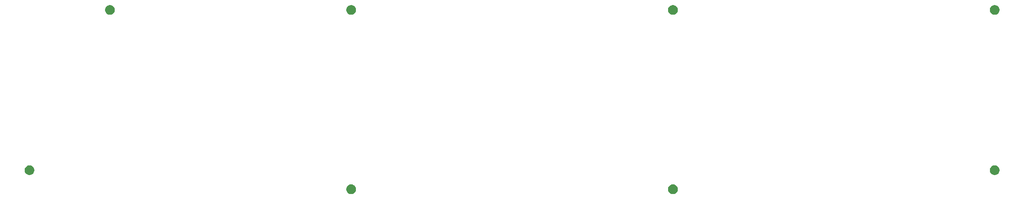
<source format=gbs>
G04 #@! TF.GenerationSoftware,KiCad,Pcbnew,(5.0.2-4-g3082e92af)*
G04 #@! TF.CreationDate,2019-03-02T21:10:19+01:00*
G04 #@! TF.ProjectId,ortho56,6f727468-6f35-4362-9e6b-696361645f70,rev?*
G04 #@! TF.SameCoordinates,Original*
G04 #@! TF.FileFunction,Soldermask,Bot*
G04 #@! TF.FilePolarity,Negative*
%FSLAX46Y46*%
G04 Gerber Fmt 4.6, Leading zero omitted, Abs format (unit mm)*
G04 Created by KiCad (PCBNEW (5.0.2-4-g3082e92af)) date 2019 March 02, Saturday 21:10:19*
%MOMM*%
%LPD*%
G01*
G04 APERTURE LIST*
%ADD10C,0.100000*%
G04 APERTURE END LIST*
D10*
G36*
X187168234Y-81164482D02*
X187377702Y-81251246D01*
X187566223Y-81377212D01*
X187726538Y-81537527D01*
X187852504Y-81726048D01*
X187939268Y-81935516D01*
X187983500Y-82157885D01*
X187983500Y-82384615D01*
X187939268Y-82606984D01*
X187852504Y-82816452D01*
X187726538Y-83004973D01*
X187566223Y-83165288D01*
X187377702Y-83291254D01*
X187168234Y-83378018D01*
X186945865Y-83422250D01*
X186719135Y-83422250D01*
X186496766Y-83378018D01*
X186287298Y-83291254D01*
X186098777Y-83165288D01*
X185938462Y-83004973D01*
X185812496Y-82816452D01*
X185725732Y-82606984D01*
X185681500Y-82384615D01*
X185681500Y-82157885D01*
X185725732Y-81935516D01*
X185812496Y-81726048D01*
X185938462Y-81537527D01*
X186098777Y-81377212D01*
X186287298Y-81251246D01*
X186496766Y-81164482D01*
X186719135Y-81120250D01*
X186945865Y-81120250D01*
X187168234Y-81164482D01*
X187168234Y-81164482D01*
G37*
G36*
X111168234Y-81164482D02*
X111377702Y-81251246D01*
X111566223Y-81377212D01*
X111726538Y-81537527D01*
X111852504Y-81726048D01*
X111939268Y-81935516D01*
X111983500Y-82157885D01*
X111983500Y-82384615D01*
X111939268Y-82606984D01*
X111852504Y-82816452D01*
X111726538Y-83004973D01*
X111566223Y-83165288D01*
X111377702Y-83291254D01*
X111168234Y-83378018D01*
X110945865Y-83422250D01*
X110719135Y-83422250D01*
X110496766Y-83378018D01*
X110287298Y-83291254D01*
X110098777Y-83165288D01*
X109938462Y-83004973D01*
X109812496Y-82816452D01*
X109725732Y-82606984D01*
X109681500Y-82384615D01*
X109681500Y-82157885D01*
X109725732Y-81935516D01*
X109812496Y-81726048D01*
X109938462Y-81537527D01*
X110098777Y-81377212D01*
X110287298Y-81251246D01*
X110496766Y-81164482D01*
X110719135Y-81120250D01*
X110945865Y-81120250D01*
X111168234Y-81164482D01*
X111168234Y-81164482D01*
G37*
G36*
X263168234Y-76664482D02*
X263377702Y-76751246D01*
X263566223Y-76877212D01*
X263726538Y-77037527D01*
X263852504Y-77226048D01*
X263939268Y-77435516D01*
X263983500Y-77657885D01*
X263983500Y-77884615D01*
X263939268Y-78106984D01*
X263852504Y-78316452D01*
X263726538Y-78504973D01*
X263566223Y-78665288D01*
X263377702Y-78791254D01*
X263168234Y-78878018D01*
X262945865Y-78922250D01*
X262719135Y-78922250D01*
X262496766Y-78878018D01*
X262287298Y-78791254D01*
X262098777Y-78665288D01*
X261938462Y-78504973D01*
X261812496Y-78316452D01*
X261725732Y-78106984D01*
X261681500Y-77884615D01*
X261681500Y-77657885D01*
X261725732Y-77435516D01*
X261812496Y-77226048D01*
X261938462Y-77037527D01*
X262098777Y-76877212D01*
X262287298Y-76751246D01*
X262496766Y-76664482D01*
X262719135Y-76620250D01*
X262945865Y-76620250D01*
X263168234Y-76664482D01*
X263168234Y-76664482D01*
G37*
G36*
X35168234Y-76664482D02*
X35377702Y-76751246D01*
X35566223Y-76877212D01*
X35726538Y-77037527D01*
X35852504Y-77226048D01*
X35939268Y-77435516D01*
X35983500Y-77657885D01*
X35983500Y-77884615D01*
X35939268Y-78106984D01*
X35852504Y-78316452D01*
X35726538Y-78504973D01*
X35566223Y-78665288D01*
X35377702Y-78791254D01*
X35168234Y-78878018D01*
X34945865Y-78922250D01*
X34719135Y-78922250D01*
X34496766Y-78878018D01*
X34287298Y-78791254D01*
X34098777Y-78665288D01*
X33938462Y-78504973D01*
X33812496Y-78316452D01*
X33725732Y-78106984D01*
X33681500Y-77884615D01*
X33681500Y-77657885D01*
X33725732Y-77435516D01*
X33812496Y-77226048D01*
X33938462Y-77037527D01*
X34098777Y-76877212D01*
X34287298Y-76751246D01*
X34496766Y-76664482D01*
X34719135Y-76620250D01*
X34945865Y-76620250D01*
X35168234Y-76664482D01*
X35168234Y-76664482D01*
G37*
G36*
X263168234Y-38664482D02*
X263377702Y-38751246D01*
X263566223Y-38877212D01*
X263726538Y-39037527D01*
X263852504Y-39226048D01*
X263939268Y-39435516D01*
X263983500Y-39657885D01*
X263983500Y-39884615D01*
X263939268Y-40106984D01*
X263852504Y-40316452D01*
X263726538Y-40504973D01*
X263566223Y-40665288D01*
X263377702Y-40791254D01*
X263168234Y-40878018D01*
X262945865Y-40922250D01*
X262719135Y-40922250D01*
X262496766Y-40878018D01*
X262287298Y-40791254D01*
X262098777Y-40665288D01*
X261938462Y-40504973D01*
X261812496Y-40316452D01*
X261725732Y-40106984D01*
X261681500Y-39884615D01*
X261681500Y-39657885D01*
X261725732Y-39435516D01*
X261812496Y-39226048D01*
X261938462Y-39037527D01*
X262098777Y-38877212D01*
X262287298Y-38751246D01*
X262496766Y-38664482D01*
X262719135Y-38620250D01*
X262945865Y-38620250D01*
X263168234Y-38664482D01*
X263168234Y-38664482D01*
G37*
G36*
X187168234Y-38664482D02*
X187377702Y-38751246D01*
X187566223Y-38877212D01*
X187726538Y-39037527D01*
X187852504Y-39226048D01*
X187939268Y-39435516D01*
X187983500Y-39657885D01*
X187983500Y-39884615D01*
X187939268Y-40106984D01*
X187852504Y-40316452D01*
X187726538Y-40504973D01*
X187566223Y-40665288D01*
X187377702Y-40791254D01*
X187168234Y-40878018D01*
X186945865Y-40922250D01*
X186719135Y-40922250D01*
X186496766Y-40878018D01*
X186287298Y-40791254D01*
X186098777Y-40665288D01*
X185938462Y-40504973D01*
X185812496Y-40316452D01*
X185725732Y-40106984D01*
X185681500Y-39884615D01*
X185681500Y-39657885D01*
X185725732Y-39435516D01*
X185812496Y-39226048D01*
X185938462Y-39037527D01*
X186098777Y-38877212D01*
X186287298Y-38751246D01*
X186496766Y-38664482D01*
X186719135Y-38620250D01*
X186945865Y-38620250D01*
X187168234Y-38664482D01*
X187168234Y-38664482D01*
G37*
G36*
X111168234Y-38664482D02*
X111377702Y-38751246D01*
X111566223Y-38877212D01*
X111726538Y-39037527D01*
X111852504Y-39226048D01*
X111939268Y-39435516D01*
X111983500Y-39657885D01*
X111983500Y-39884615D01*
X111939268Y-40106984D01*
X111852504Y-40316452D01*
X111726538Y-40504973D01*
X111566223Y-40665288D01*
X111377702Y-40791254D01*
X111168234Y-40878018D01*
X110945865Y-40922250D01*
X110719135Y-40922250D01*
X110496766Y-40878018D01*
X110287298Y-40791254D01*
X110098777Y-40665288D01*
X109938462Y-40504973D01*
X109812496Y-40316452D01*
X109725732Y-40106984D01*
X109681500Y-39884615D01*
X109681500Y-39657885D01*
X109725732Y-39435516D01*
X109812496Y-39226048D01*
X109938462Y-39037527D01*
X110098777Y-38877212D01*
X110287298Y-38751246D01*
X110496766Y-38664482D01*
X110719135Y-38620250D01*
X110945865Y-38620250D01*
X111168234Y-38664482D01*
X111168234Y-38664482D01*
G37*
G36*
X54168234Y-38664482D02*
X54377702Y-38751246D01*
X54566223Y-38877212D01*
X54726538Y-39037527D01*
X54852504Y-39226048D01*
X54939268Y-39435516D01*
X54983500Y-39657885D01*
X54983500Y-39884615D01*
X54939268Y-40106984D01*
X54852504Y-40316452D01*
X54726538Y-40504973D01*
X54566223Y-40665288D01*
X54377702Y-40791254D01*
X54168234Y-40878018D01*
X53945865Y-40922250D01*
X53719135Y-40922250D01*
X53496766Y-40878018D01*
X53287298Y-40791254D01*
X53098777Y-40665288D01*
X52938462Y-40504973D01*
X52812496Y-40316452D01*
X52725732Y-40106984D01*
X52681500Y-39884615D01*
X52681500Y-39657885D01*
X52725732Y-39435516D01*
X52812496Y-39226048D01*
X52938462Y-39037527D01*
X53098777Y-38877212D01*
X53287298Y-38751246D01*
X53496766Y-38664482D01*
X53719135Y-38620250D01*
X53945865Y-38620250D01*
X54168234Y-38664482D01*
X54168234Y-38664482D01*
G37*
M02*

</source>
